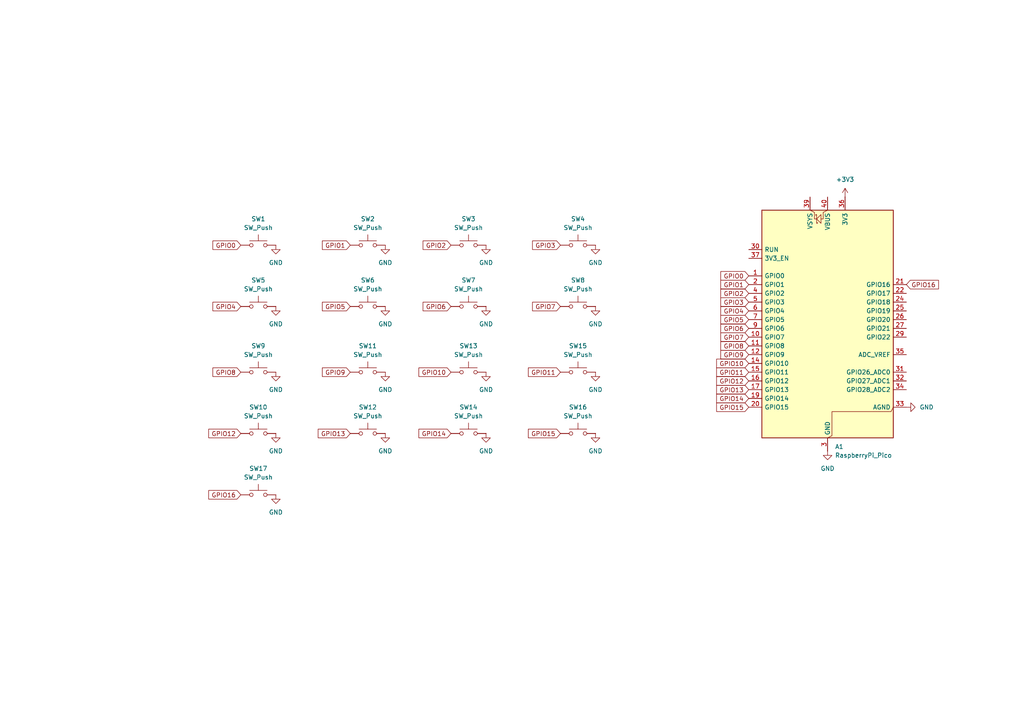
<source format=kicad_sch>
(kicad_sch (version 20250114) (generator "eeschema") (generator_version "9.0")
  (paper "A4")
  (lib_symbols
    (symbol "MCU_Module:RaspberryPi_Pico" (pin_names (offset 0.762))
      (property "Reference" "A" (at -19.05 35.56 0))
      (property "Value" "RaspberryPi_Pico" (at 7.62 35.56 0))
      (symbol "RaspberryPi_Pico_0_1"
        (rectangle (start -19.05 34.29) (end 19.05 -31.75) (stroke (width 0.254)) (fill (type background)))
        (polyline (pts (xy -5.08 34.29) (xy -3.81 33.655) (xy -3.81 31.75) (xy -3.175 31.75)))
        (polyline (pts (xy -3.429 32.766) (xy -3.429 33.02) (xy -3.175 33.02) (xy -3.175 30.48) (xy -2.921 30.48) (xy -2.921 30.734)))
        (polyline (pts (xy -3.175 31.75) (xy -1.905 33.02) (xy -1.905 30.48) (xy -3.175 31.75)))
        (polyline (pts (xy 0 34.29) (xy -1.27 33.655) (xy -1.27 31.75) (xy -1.905 31.75)))
        (polyline (pts (xy 0 -31.75) (xy 1.27 -31.115) (xy 1.27 -24.13) (xy 18.415 -24.13) (xy 19.05 -22.86)))
      )
      (symbol "RaspberryPi_Pico_1_1"
        (pin passive line (at -22.86 22.86 0) (length 3.81) (name "RUN") (number "30"))
        (pin passive line (at -22.86 20.32 0) (length 3.81) (name "3V3_EN") (number "37"))
        (pin bidirectional line (at -22.86 15.24 0) (length 3.81) (name "GPIO0") (number "1"))
        (pin bidirectional line (at -22.86 12.7 0) (length 3.81) (name "GPIO1") (number "2"))
        (pin bidirectional line (at -22.86 10.16 0) (length 3.81) (name "GPIO2") (number "4"))
        (pin bidirectional line (at -22.86 7.62 0) (length 3.81) (name "GPIO3") (number "5"))
        (pin bidirectional line (at -22.86 5.08 0) (length 3.81) (name "GPIO4") (number "6"))
        (pin bidirectional line (at -22.86 2.54 0) (length 3.81) (name "GPIO5") (number "7"))
        (pin bidirectional line (at -22.86 0 0) (length 3.81) (name "GPIO6") (number "9"))
        (pin bidirectional line (at -22.86 -2.54 0) (length 3.81) (name "GPIO7") (number "10"))
        (pin bidirectional line (at -22.86 -5.08 0) (length 3.81) (name "GPIO8") (number "11"))
        (pin bidirectional line (at -22.86 -7.62 0) (length 3.81) (name "GPIO9") (number "12"))
        (pin bidirectional line (at -22.86 -10.16 0) (length 3.81) (name "GPIO10") (number "14"))
        (pin bidirectional line (at -22.86 -12.7 0) (length 3.81) (name "GPIO11") (number "15"))
        (pin bidirectional line (at -22.86 -15.24 0) (length 3.81) (name "GPIO12") (number "16"))
        (pin bidirectional line (at -22.86 -17.78 0) (length 3.81) (name "GPIO13") (number "17"))
        (pin bidirectional line (at -22.86 -20.32 0) (length 3.81) (name "GPIO14") (number "19"))
        (pin bidirectional line (at -22.86 -22.86 0) (length 3.81) (name "GPIO15") (number "20"))
        (pin power_in line (at -5.08 38.1 270) (length 3.81) (name "VSYS") (number "39"))
        (pin power_out line (at 0 38.1 270) (length 3.81) (name "VBUS") (number "40"))
        (pin passive line (at 0 -35.56 90) (length 3.81) (hide yes) (name "GND") (number "13"))
        (pin passive line (at 0 -35.56 90) (length 3.81) (hide yes) (name "GND") (number "18"))
        (pin passive line (at 0 -35.56 90) (length 3.81) (hide yes) (name "GND") (number "23"))
        (pin passive line (at 0 -35.56 90) (length 3.81) (hide yes) (name "GND") (number "28"))
        (pin power_out line (at 0 -35.56 90) (length 3.81) (name "GND") (number "3"))
        (pin passive line (at 0 -35.56 90) (length 3.81) (hide yes) (name "GND") (number "38"))
        (pin passive line (at 0 -35.56 90) (length 3.81) (hide yes) (name "GND") (number "8"))
        (pin power_out line (at 5.08 38.1 270) (length 3.81) (name "3V3") (number "36"))
        (pin bidirectional line (at 22.86 12.7 180) (length 3.81) (name "GPIO16") (number "21"))
        (pin bidirectional line (at 22.86 10.16 180) (length 3.81) (name "GPIO17") (number "22"))
        (pin bidirectional line (at 22.86 7.62 180) (length 3.81) (name "GPIO18") (number "24"))
        (pin bidirectional line (at 22.86 5.08 180) (length 3.81) (name "GPIO19") (number "25"))
        (pin bidirectional line (at 22.86 2.54 180) (length 3.81) (name "GPIO20") (number "26"))
        (pin bidirectional line (at 22.86 0 180) (length 3.81) (name "GPIO21") (number "27"))
        (pin bidirectional line (at 22.86 -2.54 180) (length 3.81) (name "GPIO22") (number "29"))
        (pin power_in line (at 22.86 -7.62 180) (length 3.81) (name "ADC_VREF") (number "35"))
        (pin bidirectional line (at 22.86 -12.7 180) (length 3.81) (name "GPIO26_ADC0") (number "31"))
        (pin bidirectional line (at 22.86 -15.24 180) (length 3.81) (name "GPIO27_ADC1") (number "32"))
        (pin bidirectional line (at 22.86 -17.78 180) (length 3.81) (name "GPIO28_ADC2") (number "34"))
        (pin power_out line (at 22.86 -22.86 180) (length 3.81) (name "AGND") (number "33"))
      )
    )
    (symbol "Switch:SW_Push" (pin_numbers (hide yes)) (pin_names (offset 1.016) (hide yes))
      (property "Reference" "SW" (at 1.27 2.54 0))
      (property "Value" "SW_Push" (at 0 -1.524 0))
      (symbol "SW_Push_0_1"
        (circle (center -2.032 0) (radius 0.508))
        (polyline (pts (xy 0 1.27) (xy 0 3.048)))
        (circle (center 2.032 0) (radius 0.508))
        (polyline (pts (xy 2.54 1.27) (xy -2.54 1.27)))
        (pin passive line (at -5.08 0 0) (length 2.54) (name "1") (number "1"))
        (pin passive line (at 5.08 0 180) (length 2.54) (name "2") (number "2"))
      )
    )
    (symbol "power:+3V3" (power) (pin_numbers (hide yes)) (pin_names (offset 0) (hide yes))
      (property "Value" "+3V3" (at 0 3.556 0))
      (symbol "+3V3_0_1"
        (polyline (pts (xy -0.762 1.27) (xy 0 2.54)))
        (polyline (pts (xy 0 2.54) (xy 0.762 1.27)))
        (polyline (pts (xy 0 0) (xy 0 2.54)))
      )
      (symbol "+3V3_1_1"
        (pin power_in line (at 0 0 90) (length 0) (name "~") (number "1"))
      )
    )
    (symbol "power:GND" (power) (pin_numbers (hide yes)) (pin_names (offset 0) (hide yes))
      (property "Value" "GND" (at 0 -3.81 0))
      (symbol "GND_0_1"
        (polyline (pts (xy 0 0) (xy 0 -1.27) (xy 1.27 -1.27) (xy 0 -2.54) (xy -1.27 -1.27) (xy 0 -1.27)))
      )
      (symbol "GND_1_1"
        (pin power_in line (at 0 0 270) (length 0) (name "~") (number "1"))
      )
    )
  )
  (global_label "GPIO14" (shape input) (at 217.17 115.57 180) (property "Intersheetrefs" "${INTERSHEET_REFS}" (effects (hide yes))))
  (global_label "GPIO3" (shape input) (at 217.17 87.63 180) (property "Intersheetrefs" "${INTERSHEET_REFS}" (effects (hide yes))))
  (global_label "GPIO0" (shape input) (at 217.17 80.01 180) (property "Intersheetrefs" "${INTERSHEET_REFS}" (effects (hide yes))))
  (global_label "GPIO12" (shape input) (at 217.17 110.49 180) (property "Intersheetrefs" "${INTERSHEET_REFS}" (effects (hide yes))))
  (global_label "GPIO14" (shape input) (at 130.81 125.73 180) (property "Intersheetrefs" "${INTERSHEET_REFS}" (effects (hide yes))))
  (global_label "GPIO5" (shape input) (at 217.17 92.71 180) (property "Intersheetrefs" "${INTERSHEET_REFS}" (effects (hide yes))))
  (global_label "GPIO15" (shape input) (at 162.56 125.73 180) (property "Intersheetrefs" "${INTERSHEET_REFS}" (effects (hide yes))))
  (global_label "GPIO13" (shape input) (at 101.6 125.73 180) (property "Intersheetrefs" "${INTERSHEET_REFS}" (effects (hide yes))))
  (global_label "GPIO6" (shape input) (at 217.17 95.25 180) (property "Intersheetrefs" "${INTERSHEET_REFS}" (effects (hide yes))))
  (global_label "GPIO8" (shape input) (at 69.85 107.95 180) (property "Intersheetrefs" "${INTERSHEET_REFS}" (effects (hide yes))))
  (global_label "GPIO11" (shape input) (at 162.56 107.95 180) (property "Intersheetrefs" "${INTERSHEET_REFS}" (effects (hide yes))))
  (global_label "GPIO1" (shape input) (at 217.17 82.55 180) (property "Intersheetrefs" "${INTERSHEET_REFS}" (effects (hide yes))))
  (global_label "GPIO0" (shape input) (at 69.85 71.12 180) (property "Intersheetrefs" "${INTERSHEET_REFS}" (effects (hide yes))))
  (global_label "GPIO7" (shape input) (at 162.56 88.9 180) (property "Intersheetrefs" "${INTERSHEET_REFS}" (effects (hide yes))))
  (global_label "GPIO12" (shape input) (at 69.85 125.73 180) (property "Intersheetrefs" "${INTERSHEET_REFS}" (effects (hide yes))))
  (global_label "GPIO7" (shape input) (at 217.17 97.79 180) (property "Intersheetrefs" "${INTERSHEET_REFS}" (effects (hide yes))))
  (global_label "GPIO16" (shape input) (at 69.85 143.51 180) (property "Intersheetrefs" "${INTERSHEET_REFS}" (effects (hide yes))))
  (global_label "GPIO15" (shape input) (at 217.17 118.11 180) (property "Intersheetrefs" "${INTERSHEET_REFS}" (effects (hide yes))))
  (global_label "GPIO13" (shape input) (at 217.17 113.03 180) (property "Intersheetrefs" "${INTERSHEET_REFS}" (effects (hide yes))))
  (global_label "GPIO2" (shape input) (at 130.81 71.12 180) (property "Intersheetrefs" "${INTERSHEET_REFS}" (effects (hide yes))))
  (global_label "GPIO16" (shape input) (at 262.89 82.55 0) (property "Intersheetrefs" "${INTERSHEET_REFS}" (effects (hide yes))))
  (global_label "GPIO9" (shape input) (at 217.17 102.87 180) (property "Intersheetrefs" "${INTERSHEET_REFS}" (effects (hide yes))))
  (global_label "GPIO3" (shape input) (at 162.56 71.12 180) (property "Intersheetrefs" "${INTERSHEET_REFS}" (effects (hide yes))))
  (global_label "GPIO6" (shape input) (at 130.81 88.9 180) (property "Intersheetrefs" "${INTERSHEET_REFS}" (effects (hide yes))))
  (global_label "GPIO8" (shape input) (at 217.17 100.33 180) (property "Intersheetrefs" "${INTERSHEET_REFS}" (effects (hide yes))))
  (global_label "GPIO10" (shape input) (at 217.17 105.41 180) (property "Intersheetrefs" "${INTERSHEET_REFS}" (effects (hide yes))))
  (global_label "GPIO11" (shape input) (at 217.17 107.95 180) (property "Intersheetrefs" "${INTERSHEET_REFS}" (effects (hide yes))))
  (global_label "GPIO4" (shape input) (at 217.17 90.17 180) (property "Intersheetrefs" "${INTERSHEET_REFS}" (effects (hide yes))))
  (global_label "GPIO9" (shape input) (at 101.6 107.95 180) (property "Intersheetrefs" "${INTERSHEET_REFS}" (effects (hide yes))))
  (global_label "GPIO5" (shape input) (at 101.6 88.9 180) (property "Intersheetrefs" "${INTERSHEET_REFS}" (effects (hide yes))))
  (global_label "GPIO10" (shape input) (at 130.81 107.95 180) (property "Intersheetrefs" "${INTERSHEET_REFS}" (effects (hide yes))))
  (global_label "GPIO4" (shape input) (at 69.85 88.9 180) (property "Intersheetrefs" "${INTERSHEET_REFS}" (effects (hide yes))))
  (global_label "GPIO2" (shape input) (at 217.17 85.09 180) (property "Intersheetrefs" "${INTERSHEET_REFS}" (effects (hide yes))))
  (global_label "GPIO1" (shape input) (at 101.6 71.12 180) (property "Intersheetrefs" "${INTERSHEET_REFS}" (effects (hide yes))))
  (symbol (lib_id "power:GND") (at 111.76 71.12 0) (unit 1)
    (property "Reference" "#PWR02" (effects (hide yes)))
    (property "Value" "GND" (at 111.76 76.2 0))
    (property "Description" "Power symbol creates a global label with name \"GND\" , ground" (effects (hide yes)))
  )
  (symbol (lib_id "Switch:SW_Push") (at 74.93 71.12 0) (unit 1)
    (property "Reference" "SW1" (at 74.93 63.5 0))
    (property "Value" "SW_Push" (at 74.93 66.04 0))
    (property "Footprint" "Button_Switch_Keyboard:SW_Cherry_MX_1.00u_PCB" (effects (hide yes)))
    (property "Description" "Push button switch, generic, two pins" (effects (hide yes)))
  )
  (symbol (lib_id "power:GND") (at 80.01 88.9 0) (unit 1)
    (property "Reference" "#PWR05" (effects (hide yes)))
    (property "Value" "GND" (at 80.01 93.98 0))
    (property "Description" "Power symbol creates a global label with name \"GND\" , ground" (effects (hide yes)))
  )
  (symbol (lib_id "power:GND") (at 172.72 71.12 0) (unit 1)
    (property "Reference" "#PWR04" (effects (hide yes)))
    (property "Value" "GND" (at 172.72 76.2 0))
    (property "Description" "Power symbol creates a global label with name \"GND\" , ground" (effects (hide yes)))
  )
  (symbol (lib_id "power:GND") (at 111.76 88.9 0) (unit 1)
    (property "Reference" "#PWR06" (effects (hide yes)))
    (property "Value" "GND" (at 111.76 93.98 0))
    (property "Description" "Power symbol creates a global label with name \"GND\" , ground" (effects (hide yes)))
  )
  (symbol (lib_id "power:GND") (at 140.97 125.73 0) (unit 1)
    (property "Reference" "#PWR011" (effects (hide yes)))
    (property "Value" "GND" (at 140.97 130.81 0))
    (property "Description" "Power symbol creates a global label with name \"GND\" , ground" (effects (hide yes)))
  )
  (symbol (lib_id "power:GND") (at 172.72 125.73 0) (unit 1)
    (property "Reference" "#PWR010" (effects (hide yes)))
    (property "Value" "GND" (at 172.72 130.81 0))
    (property "Description" "Power symbol creates a global label with name \"GND\" , ground" (effects (hide yes)))
  )
  (symbol (lib_id "Switch:SW_Push") (at 106.68 71.12 0) (unit 1)
    (property "Reference" "SW2" (at 106.68 63.5 0))
    (property "Value" "SW_Push" (at 106.68 66.04 0))
    (property "Footprint" "Button_Switch_Keyboard:SW_Cherry_MX_1.00u_PCB" (effects (hide yes)))
    (property "Description" "Push button switch, generic, two pins" (effects (hide yes)))
  )
  (symbol (lib_id "MCU_Module:RaspberryPi_Pico") (at 240.03 95.25 0) (unit 1)
    (property "Reference" "A1" (at 242.1733 129.54 0) (effects (justify left)))
    (property "Value" "RaspberryPi_Pico" (at 242.1733 132.08 0) (effects (justify left)))
    (property "Footprint" "Module:RaspberryPi_Pico_Common_Unspecified" (effects (hide yes)))
    (property "Datasheet" "https://datasheets.raspberrypi.com/pico/pico-datasheet.pdf" (effects (hide yes)))
    (property "Description" "Versatile and inexpensive microcontroller module powered by RP2040 dual-core Arm Cortex-M0+ processor up to 133 MHz, 264kB SRAM, 2MB QSPI flash; also supports Raspberry Pi Pico 2" (effects (hide yes)))
  )
  (symbol (lib_id "Switch:SW_Push") (at 135.89 71.12 0) (unit 1)
    (property "Reference" "SW3" (at 135.89 63.5 0))
    (property "Value" "SW_Push" (at 135.89 66.04 0))
    (property "Footprint" "Button_Switch_Keyboard:SW_Cherry_MX_1.00u_PCB" (effects (hide yes)))
    (property "Description" "Push button switch, generic, two pins" (effects (hide yes)))
  )
  (symbol (lib_id "Switch:SW_Push") (at 167.64 88.9 0) (unit 1)
    (property "Reference" "SW8" (at 167.64 81.28 0))
    (property "Value" "SW_Push" (at 167.64 83.82 0))
    (property "Footprint" "Button_Switch_Keyboard:SW_Cherry_MX_1.00u_PCB" (effects (hide yes)))
    (property "Description" "Push button switch, generic, two pins" (effects (hide yes)))
  )
  (symbol (lib_id "Switch:SW_Push") (at 74.93 88.9 0) (unit 1)
    (property "Reference" "SW5" (at 74.93 81.28 0))
    (property "Value" "SW_Push" (at 74.93 83.82 0))
    (property "Footprint" "Button_Switch_Keyboard:SW_Cherry_MX_1.00u_PCB" (effects (hide yes)))
    (property "Description" "Push button switch, generic, two pins" (effects (hide yes)))
  )
  (symbol (lib_id "Switch:SW_Push") (at 74.93 107.95 0) (unit 1)
    (property "Reference" "SW9" (at 74.93 100.33 0))
    (property "Value" "SW_Push" (at 74.93 102.87 0))
    (property "Footprint" "Button_Switch_Keyboard:SW_Cherry_MX_1.00u_PCB" (effects (hide yes)))
    (property "Description" "Push button switch, generic, two pins" (effects (hide yes)))
  )
  (symbol (lib_id "power:GND") (at 140.97 71.12 0) (unit 1)
    (property "Reference" "#PWR03" (effects (hide yes)))
    (property "Value" "GND" (at 140.97 76.2 0))
    (property "Description" "Power symbol creates a global label with name \"GND\" , ground" (effects (hide yes)))
  )
  (symbol (lib_id "Switch:SW_Push") (at 167.64 125.73 0) (unit 1)
    (property "Reference" "SW16" (at 167.64 118.11 0))
    (property "Value" "SW_Push" (at 167.64 120.65 0))
    (property "Footprint" "Button_Switch_Keyboard:SW_Cherry_MX_1.00u_PCB" (effects (hide yes)))
    (property "Description" "Push button switch, generic, two pins" (effects (hide yes)))
  )
  (symbol (lib_id "power:GND") (at 140.97 107.95 0) (unit 1)
    (property "Reference" "#PWR012" (effects (hide yes)))
    (property "Value" "GND" (at 140.97 113.03 0))
    (property "Description" "Power symbol creates a global label with name \"GND\" , ground" (effects (hide yes)))
  )
  (symbol (lib_id "Switch:SW_Push") (at 167.64 71.12 0) (unit 1)
    (property "Reference" "SW4" (at 167.64 63.5 0))
    (property "Value" "SW_Push" (at 167.64 66.04 0))
    (property "Footprint" "Button_Switch_Keyboard:SW_Cherry_MX_1.00u_PCB" (effects (hide yes)))
    (property "Description" "Push button switch, generic, two pins" (effects (hide yes)))
  )
  (symbol (lib_id "power:GND") (at 140.97 88.9 0) (unit 1)
    (property "Reference" "#PWR07" (effects (hide yes)))
    (property "Value" "GND" (at 140.97 93.98 0))
    (property "Description" "Power symbol creates a global label with name \"GND\" , ground" (effects (hide yes)))
  )
  (symbol (lib_id "Switch:SW_Push") (at 135.89 88.9 0) (unit 1)
    (property "Reference" "SW7" (at 135.89 81.28 0))
    (property "Value" "SW_Push" (at 135.89 83.82 0))
    (property "Footprint" "Button_Switch_Keyboard:SW_Cherry_MX_1.00u_PCB" (effects (hide yes)))
    (property "Description" "Push button switch, generic, two pins" (effects (hide yes)))
  )
  (symbol (lib_id "power:GND") (at 80.01 107.95 0) (unit 1)
    (property "Reference" "#PWR016" (effects (hide yes)))
    (property "Value" "GND" (at 80.01 113.03 0))
    (property "Description" "Power symbol creates a global label with name \"GND\" , ground" (effects (hide yes)))
  )
  (symbol (lib_id "Switch:SW_Push") (at 106.68 107.95 0) (unit 1)
    (property "Reference" "SW11" (at 106.68 100.33 0))
    (property "Value" "SW_Push" (at 106.68 102.87 0))
    (property "Footprint" "Button_Switch_Keyboard:SW_Cherry_MX_1.00u_PCB" (effects (hide yes)))
    (property "Description" "Push button switch, generic, two pins" (effects (hide yes)))
  )
  (symbol (lib_id "power:GND") (at 111.76 125.73 0) (unit 1)
    (property "Reference" "#PWR014" (effects (hide yes)))
    (property "Value" "GND" (at 111.76 130.81 0))
    (property "Description" "Power symbol creates a global label with name \"GND\" , ground" (effects (hide yes)))
  )
  (symbol (lib_id "power:GND") (at 80.01 143.51 0) (unit 1)
    (property "Reference" "#PWR022" (effects (hide yes)))
    (property "Value" "GND" (at 80.01 148.59 0))
    (property "Description" "Power symbol creates a global label with name \"GND\" , ground" (effects (hide yes)))
  )
  (symbol (lib_id "Switch:SW_Push") (at 135.89 125.73 0) (unit 1)
    (property "Reference" "SW14" (at 135.89 118.11 0))
    (property "Value" "SW_Push" (at 135.89 120.65 0))
    (property "Footprint" "Button_Switch_Keyboard:SW_Cherry_MX_1.00u_PCB" (effects (hide yes)))
    (property "Description" "Push button switch, generic, two pins" (effects (hide yes)))
  )
  (symbol (lib_id "Switch:SW_Push") (at 106.68 88.9 0) (unit 1)
    (property "Reference" "SW6" (at 106.68 81.28 0))
    (property "Value" "SW_Push" (at 106.68 83.82 0))
    (property "Footprint" "Button_Switch_Keyboard:SW_Cherry_MX_1.00u_PCB" (effects (hide yes)))
    (property "Description" "Push button switch, generic, two pins" (effects (hide yes)))
  )
  (symbol (lib_id "power:GND") (at 262.89 118.11 90) (unit 1)
    (property "Reference" "#PWR021" (effects (hide yes)))
    (property "Value" "GND" (at 266.7 118.1099 90) (effects (justify right)))
    (property "Description" "Power symbol creates a global label with name \"GND\" , ground" (effects (hide yes)))
  )
  (symbol (lib_id "Switch:SW_Push") (at 74.93 143.51 0) (unit 1)
    (property "Reference" "SW17" (at 74.93 135.89 0))
    (property "Value" "SW_Push" (at 74.93 138.43 0))
    (property "Footprint" "Button_Switch_Keyboard:SW_Cherry_MX_1.00u_PCB" (effects (hide yes)))
    (property "Description" "Push button switch, generic, two pins" (effects (hide yes)))
  )
  (symbol (lib_id "Switch:SW_Push") (at 74.93 125.73 0) (unit 1)
    (property "Reference" "SW10" (at 74.93 118.11 0))
    (property "Value" "SW_Push" (at 74.93 120.65 0))
    (property "Footprint" "Button_Switch_Keyboard:SW_Cherry_MX_1.00u_PCB" (effects (hide yes)))
    (property "Description" "Push button switch, generic, two pins" (effects (hide yes)))
  )
  (symbol (lib_id "power:GND") (at 172.72 107.95 0) (unit 1)
    (property "Reference" "#PWR09" (effects (hide yes)))
    (property "Value" "GND" (at 172.72 113.03 0))
    (property "Description" "Power symbol creates a global label with name \"GND\" , ground" (effects (hide yes)))
  )
  (symbol (lib_id "power:+3V3") (at 245.11 57.15 0) (unit 1)
    (property "Reference" "#PWR017" (effects (hide yes)))
    (property "Value" "+3V3" (at 245.11 52.07 0))
    (property "Description" "Power symbol creates a global label with name \"+3V3\"" (effects (hide yes)))
  )
  (symbol (lib_id "power:GND") (at 240.03 130.81 0) (unit 1)
    (property "Reference" "#PWR020" (effects (hide yes)))
    (property "Value" "GND" (at 240.03 135.89 0))
    (property "Description" "Power symbol creates a global label with name \"GND\" , ground" (effects (hide yes)))
  )
  (symbol (lib_id "Switch:SW_Push") (at 106.68 125.73 0) (unit 1)
    (property "Reference" "SW12" (at 106.68 118.11 0))
    (property "Value" "SW_Push" (at 106.68 120.65 0))
    (property "Footprint" "Button_Switch_Keyboard:SW_Cherry_MX_1.00u_PCB" (effects (hide yes)))
    (property "Description" "Push button switch, generic, two pins" (effects (hide yes)))
  )
  (symbol (lib_id "Switch:SW_Push") (at 135.89 107.95 0) (unit 1)
    (property "Reference" "SW13" (at 135.89 100.33 0))
    (property "Value" "SW_Push" (at 135.89 102.87 0))
    (property "Footprint" "Button_Switch_Keyboard:SW_Cherry_MX_1.00u_PCB" (effects (hide yes)))
    (property "Description" "Push button switch, generic, two pins" (effects (hide yes)))
  )
  (symbol (lib_id "power:GND") (at 111.76 107.95 0) (unit 1)
    (property "Reference" "#PWR013" (effects (hide yes)))
    (property "Value" "GND" (at 111.76 113.03 0))
    (property "Description" "Power symbol creates a global label with name \"GND\" , ground" (effects (hide yes)))
  )
  (symbol (lib_id "power:GND") (at 172.72 88.9 0) (unit 1)
    (property "Reference" "#PWR08" (effects (hide yes)))
    (property "Value" "GND" (at 172.72 93.98 0))
    (property "Description" "Power symbol creates a global label with name \"GND\" , ground" (effects (hide yes)))
  )
  (symbol (lib_id "power:GND") (at 80.01 125.73 0) (unit 1)
    (property "Reference" "#PWR015" (effects (hide yes)))
    (property "Value" "GND" (at 80.01 130.81 0))
    (property "Description" "Power symbol creates a global label with name \"GND\" , ground" (effects (hide yes)))
  )
  (symbol (lib_id "power:GND") (at 80.01 71.12 0) (unit 1)
    (property "Reference" "#PWR01" (effects (hide yes)))
    (property "Value" "GND" (at 80.01 76.2 0))
    (property "Description" "Power symbol creates a global label with name \"GND\" , ground" (effects (hide yes)))
  )
  (symbol (lib_id "Switch:SW_Push") (at 167.64 107.95 0) (unit 1)
    (property "Reference" "SW15" (at 167.64 100.33 0))
    (property "Value" "SW_Push" (at 167.64 102.87 0))
    (property "Footprint" "Button_Switch_Keyboard:SW_Cherry_MX_1.00u_PCB" (effects (hide yes)))
    (property "Description" "Push button switch, generic, two pins" (effects (hide yes)))
  )
)
</source>
